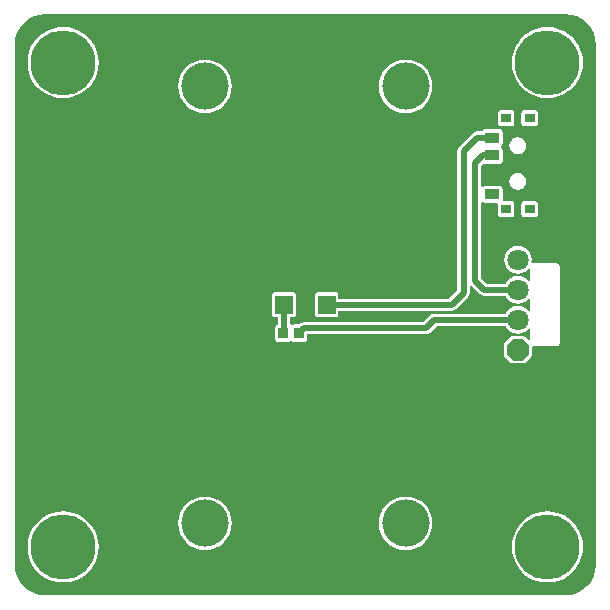
<source format=gtl>
G04 Layer_Physical_Order=1*
G04 Layer_Color=255*
%FSLAX44Y44*%
%MOMM*%
G71*
G01*
G75*
%ADD10R,1.2500X0.9000*%
%ADD11R,0.9000X0.8000*%
%ADD12R,1.5000X1.6000*%
%ADD13R,0.8500X0.9500*%
%ADD14C,0.5000*%
%ADD15P,1.9483X8X112.5*%
%ADD16C,1.8000*%
%ADD17C,5.5000*%
%ADD18C,4.0000*%
G36*
X475109Y495686D02*
X480022Y494196D01*
X484550Y491776D01*
X488518Y488519D01*
X491776Y484550D01*
X494196Y480022D01*
X495686Y475109D01*
X496165Y470248D01*
X496115Y470000D01*
X496115Y30000D01*
X496165Y29752D01*
X495686Y24891D01*
X494196Y19978D01*
X491776Y15450D01*
X488518Y11482D01*
X484550Y8225D01*
X480022Y5804D01*
X475109Y4314D01*
X471250Y3934D01*
X470000Y3885D01*
X470000Y3885D01*
X468730Y3885D01*
X31269Y3885D01*
X30000Y3885D01*
X28750Y3934D01*
X24891Y4314D01*
X19978Y5804D01*
X15450Y8225D01*
X11481Y11482D01*
X8225Y15450D01*
X5804Y19978D01*
X4314Y24891D01*
X3934Y28751D01*
X3885Y30000D01*
X3885Y30000D01*
X3885Y31252D01*
X3885Y470000D01*
X3835Y470248D01*
X4314Y475109D01*
X5804Y480022D01*
X8225Y484550D01*
X11481Y488519D01*
X15450Y491776D01*
X19978Y494196D01*
X24891Y495686D01*
X29752Y496165D01*
X30000Y496115D01*
X470000Y496115D01*
X470248Y496165D01*
X475109Y495686D01*
D02*
G37*
%LPC*%
G36*
X444500Y337695D02*
X435500D01*
X434509Y337498D01*
X433669Y336936D01*
X433107Y336096D01*
X432910Y335105D01*
Y327105D01*
X433107Y326114D01*
X433669Y325274D01*
X434509Y324713D01*
X435500Y324515D01*
X444500D01*
X445491Y324713D01*
X446331Y325274D01*
X446893Y326114D01*
X447090Y327105D01*
Y335105D01*
X446893Y336096D01*
X446331Y336936D01*
X445491Y337498D01*
X444500Y337695D01*
D02*
G37*
G36*
X430505Y361733D02*
X429495D01*
X427739Y361384D01*
X426805Y360997D01*
X425317Y360003D01*
X425317Y360003D01*
X424602Y359288D01*
X424602Y359288D01*
X423608Y357800D01*
X423221Y356866D01*
X422872Y355110D01*
Y354855D01*
X422822Y354605D01*
X422872Y354355D01*
Y354100D01*
X423221Y352344D01*
X423608Y351411D01*
X424602Y349922D01*
X424602Y349922D01*
X425317Y349208D01*
X425317Y349208D01*
X426805Y348213D01*
X427739Y347826D01*
X429495Y347477D01*
X430505D01*
X432261Y347826D01*
X433195Y348213D01*
X434683Y349208D01*
X434683Y349208D01*
X435398Y349922D01*
X435398Y349922D01*
X436392Y351411D01*
X436779Y352344D01*
X437128Y354100D01*
Y354355D01*
X437178Y354605D01*
X437128Y354855D01*
Y355110D01*
X436779Y356866D01*
X436392Y357800D01*
X435398Y359288D01*
X435398Y359288D01*
X434683Y360003D01*
X434683Y360003D01*
X433195Y360997D01*
X432261Y361384D01*
X430505Y361733D01*
D02*
G37*
G36*
X414500Y398695D02*
X402000D01*
X401009Y398498D01*
X400169Y397936D01*
X399607Y397096D01*
X399537Y396744D01*
X395605D01*
X393639Y396353D01*
X391972Y395239D01*
X380366Y383634D01*
X379252Y381967D01*
X378861Y380000D01*
Y262129D01*
X371871Y255139D01*
X278090D01*
Y258000D01*
X277893Y258991D01*
X277331Y259831D01*
X276491Y260393D01*
X275500Y260590D01*
X260500D01*
X259509Y260393D01*
X258669Y259831D01*
X258107Y258991D01*
X257910Y258000D01*
Y242000D01*
X258107Y241009D01*
X258669Y240169D01*
X259509Y239607D01*
X260500Y239410D01*
X275500D01*
X276491Y239607D01*
X277331Y240169D01*
X277893Y241009D01*
X278090Y242000D01*
Y244861D01*
X374000D01*
X375966Y245252D01*
X377634Y246366D01*
X387634Y256366D01*
X388748Y258034D01*
X389139Y260000D01*
Y265918D01*
X390227Y266315D01*
X390409Y266324D01*
X397666Y259066D01*
X399333Y257952D01*
X401300Y257561D01*
X419638D01*
X419920Y256880D01*
X421770Y254470D01*
X424180Y252620D01*
X426987Y251457D01*
X430000Y251061D01*
X433013Y251457D01*
X435820Y252620D01*
X438230Y254470D01*
X438940Y255395D01*
X440210Y254963D01*
Y245037D01*
X438940Y244605D01*
X438230Y245530D01*
X435820Y247380D01*
X433013Y248543D01*
X430000Y248940D01*
X426987Y248543D01*
X424180Y247380D01*
X421770Y245530D01*
X419920Y243120D01*
X419638Y242439D01*
X359300D01*
X357333Y242048D01*
X355666Y240934D01*
X349871Y235139D01*
X248500D01*
X246534Y234748D01*
X244866Y233634D01*
X244573Y233340D01*
X240250D01*
X239259Y233143D01*
X238896Y232900D01*
X238331Y232763D01*
X237139Y233512D01*
Y239410D01*
X239500D01*
X240491Y239607D01*
X241331Y240169D01*
X241893Y241009D01*
X242090Y242000D01*
Y258000D01*
X241893Y258991D01*
X241331Y259831D01*
X240491Y260393D01*
X239500Y260590D01*
X224500D01*
X223509Y260393D01*
X222669Y259831D01*
X222107Y258991D01*
X221910Y258000D01*
Y242000D01*
X222107Y241009D01*
X222669Y240169D01*
X223509Y239607D01*
X224500Y239410D01*
X226861D01*
Y233262D01*
X226259Y233143D01*
X225419Y232581D01*
X224857Y231741D01*
X224660Y230750D01*
Y221250D01*
X224857Y220259D01*
X225419Y219419D01*
X226259Y218857D01*
X227250Y218660D01*
X235750D01*
X236741Y218857D01*
X237104Y219100D01*
X238000Y219317D01*
X238896Y219100D01*
X239259Y218857D01*
X240250Y218660D01*
X248750D01*
X249741Y218857D01*
X250581Y219419D01*
X251143Y220259D01*
X251340Y221250D01*
Y224861D01*
X352000D01*
X353966Y225252D01*
X355634Y226366D01*
X361428Y232161D01*
X419638D01*
X419920Y231480D01*
X421770Y229070D01*
X424180Y227220D01*
X426987Y226057D01*
X430000Y225660D01*
X433013Y226057D01*
X435820Y227220D01*
X438230Y229070D01*
X438940Y229995D01*
X440210Y229564D01*
Y220512D01*
X439037Y220026D01*
X436331Y222731D01*
X435491Y223293D01*
X434500Y223490D01*
X425500D01*
X424509Y223293D01*
X423669Y222731D01*
X419169Y218231D01*
X418607Y217391D01*
X418410Y216400D01*
Y207400D01*
X418607Y206409D01*
X419169Y205569D01*
X423669Y201069D01*
X424509Y200507D01*
X425500Y200310D01*
X434500D01*
X435491Y200507D01*
X436331Y201069D01*
X440831Y205569D01*
X441393Y206409D01*
X441590Y207400D01*
Y213856D01*
X442800Y214910D01*
X462800D01*
X463791Y215107D01*
X464631Y215669D01*
X465193Y216509D01*
X465390Y217500D01*
Y282500D01*
X465193Y283491D01*
X464631Y284331D01*
X463791Y284893D01*
X462800Y285090D01*
X442800D01*
X442517Y285033D01*
X441364Y286006D01*
X441640Y288100D01*
X441243Y291112D01*
X440080Y293920D01*
X438230Y296330D01*
X435820Y298180D01*
X433013Y299343D01*
X430000Y299740D01*
X426987Y299343D01*
X424180Y298180D01*
X421770Y296330D01*
X419920Y293920D01*
X418757Y291112D01*
X418360Y288100D01*
X418757Y285088D01*
X419920Y282280D01*
X421770Y279870D01*
X424180Y278020D01*
X426987Y276857D01*
X430000Y276460D01*
X433013Y276857D01*
X435820Y278020D01*
X438230Y279870D01*
X438940Y280795D01*
X440210Y280364D01*
Y270436D01*
X438940Y270005D01*
X438230Y270930D01*
X435820Y272780D01*
X433013Y273943D01*
X430000Y274340D01*
X426987Y273943D01*
X424180Y272780D01*
X421770Y270930D01*
X419920Y268520D01*
X419638Y267839D01*
X403428D01*
X399139Y272129D01*
Y336551D01*
X399541Y336834D01*
X400409Y337114D01*
X401009Y336713D01*
X402000Y336516D01*
X411976D01*
X412938Y335245D01*
X412910Y335105D01*
Y327105D01*
X413107Y326114D01*
X413669Y325274D01*
X414509Y324713D01*
X415500Y324515D01*
X424500D01*
X425491Y324713D01*
X426331Y325274D01*
X426893Y326114D01*
X427090Y327105D01*
Y335105D01*
X426893Y336096D01*
X426331Y336936D01*
X425491Y337498D01*
X424500Y337695D01*
X418024D01*
X417062Y338965D01*
X417090Y339105D01*
Y348105D01*
X416893Y349096D01*
X416331Y349936D01*
X415491Y350498D01*
X414500Y350695D01*
X402000D01*
X401009Y350498D01*
X400409Y350097D01*
X399541Y350377D01*
X399139Y350659D01*
Y367872D01*
X400992Y369724D01*
X401009Y369713D01*
X402000Y369515D01*
X414500D01*
X415491Y369713D01*
X416331Y370274D01*
X416893Y371114D01*
X417090Y372105D01*
Y381105D01*
X416893Y382096D01*
X416331Y382936D01*
X415583Y383436D01*
X415510Y384105D01*
X415583Y384774D01*
X416331Y385274D01*
X416893Y386114D01*
X417090Y387105D01*
Y396105D01*
X416893Y397096D01*
X416331Y397936D01*
X415491Y398498D01*
X414500Y398695D01*
D02*
G37*
G36*
X335000Y87649D02*
X330581Y87214D01*
X326333Y85925D01*
X322417Y83832D01*
X318985Y81015D01*
X316168Y77583D01*
X314075Y73667D01*
X312786Y69419D01*
X312351Y65000D01*
X312786Y60581D01*
X314075Y56333D01*
X316168Y52417D01*
X318985Y48985D01*
X322417Y46168D01*
X326333Y44075D01*
X330581Y42786D01*
X335000Y42351D01*
X339419Y42786D01*
X343667Y44075D01*
X347583Y46168D01*
X351015Y48985D01*
X353832Y52417D01*
X355925Y56333D01*
X357214Y60581D01*
X357649Y65000D01*
X357214Y69419D01*
X355925Y73667D01*
X353832Y77583D01*
X351015Y81015D01*
X347583Y83832D01*
X343667Y85925D01*
X339419Y87214D01*
X335000Y87649D01*
D02*
G37*
G36*
X45000Y75133D02*
X40286Y74762D01*
X35688Y73658D01*
X31320Y71849D01*
X27288Y69378D01*
X23693Y66307D01*
X20622Y62712D01*
X18151Y58680D01*
X16342Y54312D01*
X15238Y49714D01*
X14867Y45000D01*
X15238Y40286D01*
X16342Y35689D01*
X18151Y31320D01*
X20622Y27288D01*
X23693Y23693D01*
X27288Y20622D01*
X31320Y18152D01*
X35688Y16342D01*
X40286Y15238D01*
X45000Y14867D01*
X49714Y15238D01*
X54312Y16342D01*
X58680Y18152D01*
X62712Y20622D01*
X66307Y23693D01*
X69378Y27288D01*
X71849Y31320D01*
X73658Y35689D01*
X74762Y40286D01*
X75133Y45000D01*
X74762Y49714D01*
X73658Y54312D01*
X71849Y58680D01*
X69378Y62712D01*
X66307Y66307D01*
X62712Y69378D01*
X58680Y71849D01*
X54312Y73658D01*
X49714Y74762D01*
X45000Y75133D01*
D02*
G37*
G36*
X455000D02*
X450286Y74762D01*
X445689Y73658D01*
X441320Y71849D01*
X437288Y69378D01*
X433693Y66307D01*
X430622Y62712D01*
X428151Y58680D01*
X426342Y54312D01*
X425238Y49714D01*
X424867Y45000D01*
X425238Y40286D01*
X426342Y35689D01*
X428151Y31320D01*
X430622Y27288D01*
X433693Y23693D01*
X437288Y20622D01*
X441320Y18152D01*
X445689Y16342D01*
X450286Y15238D01*
X455000Y14867D01*
X459714Y15238D01*
X464312Y16342D01*
X468680Y18152D01*
X472712Y20622D01*
X476307Y23693D01*
X479378Y27288D01*
X481849Y31320D01*
X483658Y35689D01*
X484762Y40286D01*
X485133Y45000D01*
X484762Y49714D01*
X483658Y54312D01*
X481849Y58680D01*
X479378Y62712D01*
X476307Y66307D01*
X472712Y69378D01*
X468680Y71849D01*
X464312Y73658D01*
X459714Y74762D01*
X455000Y75133D01*
D02*
G37*
G36*
X165000Y87649D02*
X160581Y87214D01*
X156333Y85925D01*
X152417Y83832D01*
X148985Y81015D01*
X146168Y77583D01*
X144075Y73667D01*
X142786Y69419D01*
X142351Y65000D01*
X142786Y60581D01*
X144075Y56333D01*
X146168Y52417D01*
X148985Y48985D01*
X152417Y46168D01*
X156333Y44075D01*
X160581Y42786D01*
X165000Y42351D01*
X169419Y42786D01*
X173667Y44075D01*
X177583Y46168D01*
X181015Y48985D01*
X183832Y52417D01*
X185925Y56333D01*
X187214Y60581D01*
X187649Y65000D01*
X187214Y69419D01*
X185925Y73667D01*
X183832Y77583D01*
X181015Y81015D01*
X177583Y83832D01*
X173667Y85925D01*
X169419Y87214D01*
X165000Y87649D01*
D02*
G37*
G36*
X335000Y457649D02*
X330581Y457214D01*
X326333Y455925D01*
X322417Y453832D01*
X318985Y451015D01*
X316168Y447583D01*
X314075Y443667D01*
X312786Y439419D01*
X312351Y435000D01*
X312786Y430581D01*
X314075Y426333D01*
X316168Y422417D01*
X318985Y418985D01*
X322417Y416168D01*
X326333Y414075D01*
X330581Y412786D01*
X335000Y412351D01*
X339419Y412786D01*
X343667Y414075D01*
X347583Y416168D01*
X351015Y418985D01*
X353832Y422417D01*
X355925Y426333D01*
X357214Y430581D01*
X357649Y435000D01*
X357214Y439419D01*
X355925Y443667D01*
X353832Y447583D01*
X351015Y451015D01*
X347583Y453832D01*
X343667Y455925D01*
X339419Y457214D01*
X335000Y457649D01*
D02*
G37*
G36*
X45000Y485133D02*
X40286Y484762D01*
X35688Y483658D01*
X31320Y481849D01*
X27288Y479378D01*
X23693Y476307D01*
X20622Y472712D01*
X18151Y468680D01*
X16342Y464312D01*
X15238Y459714D01*
X14867Y455000D01*
X15238Y450286D01*
X16342Y445689D01*
X18151Y441320D01*
X20622Y437288D01*
X23693Y433693D01*
X27288Y430622D01*
X31320Y428152D01*
X35688Y426342D01*
X40286Y425238D01*
X45000Y424867D01*
X49714Y425238D01*
X54312Y426342D01*
X58680Y428152D01*
X62712Y430622D01*
X66307Y433693D01*
X69378Y437288D01*
X71849Y441320D01*
X73658Y445689D01*
X74762Y450286D01*
X75133Y455000D01*
X74762Y459714D01*
X73658Y464312D01*
X71849Y468680D01*
X69378Y472712D01*
X66307Y476307D01*
X62712Y479378D01*
X58680Y481849D01*
X54312Y483658D01*
X49714Y484762D01*
X45000Y485133D01*
D02*
G37*
G36*
X455000D02*
X450286Y484762D01*
X445689Y483658D01*
X441320Y481849D01*
X437288Y479378D01*
X433693Y476307D01*
X430622Y472712D01*
X428151Y468680D01*
X426342Y464312D01*
X425238Y459714D01*
X424867Y455000D01*
X425238Y450286D01*
X426342Y445689D01*
X428151Y441320D01*
X430622Y437288D01*
X433693Y433693D01*
X437288Y430622D01*
X441320Y428152D01*
X445689Y426342D01*
X450286Y425238D01*
X455000Y424867D01*
X459714Y425238D01*
X464312Y426342D01*
X468680Y428152D01*
X472712Y430622D01*
X476307Y433693D01*
X479378Y437288D01*
X481849Y441320D01*
X483658Y445689D01*
X484762Y450286D01*
X485133Y455000D01*
X484762Y459714D01*
X483658Y464312D01*
X481849Y468680D01*
X479378Y472712D01*
X476307Y476307D01*
X472712Y479378D01*
X468680Y481849D01*
X464312Y483658D01*
X459714Y484762D01*
X455000Y485133D01*
D02*
G37*
G36*
X165000Y457649D02*
X160581Y457214D01*
X156333Y455925D01*
X152417Y453832D01*
X148985Y451015D01*
X146168Y447583D01*
X144075Y443667D01*
X142786Y439419D01*
X142351Y435000D01*
X142786Y430581D01*
X144075Y426333D01*
X146168Y422417D01*
X148985Y418985D01*
X152417Y416168D01*
X156333Y414075D01*
X160581Y412786D01*
X165000Y412351D01*
X169419Y412786D01*
X173667Y414075D01*
X177583Y416168D01*
X181015Y418985D01*
X183832Y422417D01*
X185925Y426333D01*
X187214Y430581D01*
X187649Y435000D01*
X187214Y439419D01*
X185925Y443667D01*
X183832Y447583D01*
X181015Y451015D01*
X177583Y453832D01*
X173667Y455925D01*
X169419Y457214D01*
X165000Y457649D01*
D02*
G37*
G36*
X430505Y391733D02*
X429495D01*
X427739Y391384D01*
X426805Y390997D01*
X425317Y390003D01*
X425317Y390003D01*
X424602Y389288D01*
X424602Y389288D01*
X423608Y387800D01*
X423221Y386866D01*
X422872Y385110D01*
Y384855D01*
X422822Y384605D01*
X422872Y384355D01*
Y384100D01*
X423221Y382344D01*
X423608Y381411D01*
X424602Y379922D01*
X424602Y379922D01*
X425317Y379208D01*
X425317Y379207D01*
X426805Y378213D01*
X427739Y377826D01*
X429495Y377477D01*
X430505D01*
X432261Y377826D01*
X433195Y378213D01*
X434683Y379207D01*
X434683Y379208D01*
X435398Y379922D01*
X435398Y379922D01*
X436392Y381411D01*
X436779Y382344D01*
X437128Y384100D01*
Y384355D01*
X437178Y384605D01*
X437128Y384855D01*
Y385110D01*
X436779Y386866D01*
X436392Y387800D01*
X435398Y389288D01*
X435398Y389288D01*
X434683Y390003D01*
X434683Y390003D01*
X433195Y390997D01*
X432261Y391384D01*
X430505Y391733D01*
D02*
G37*
G36*
X424500Y414695D02*
X415500D01*
X414509Y414498D01*
X413669Y413936D01*
X413107Y413096D01*
X412910Y412105D01*
Y404105D01*
X413107Y403114D01*
X413669Y402274D01*
X414509Y401713D01*
X415500Y401516D01*
X424500D01*
X425491Y401713D01*
X426331Y402274D01*
X426893Y403114D01*
X427090Y404105D01*
Y412105D01*
X426893Y413096D01*
X426331Y413936D01*
X425491Y414498D01*
X424500Y414695D01*
D02*
G37*
G36*
X444500D02*
X435500D01*
X434509Y414498D01*
X433669Y413936D01*
X433107Y413096D01*
X432910Y412105D01*
Y404105D01*
X433107Y403114D01*
X433669Y402274D01*
X434509Y401713D01*
X435500Y401516D01*
X444500D01*
X445491Y401713D01*
X446331Y402274D01*
X446893Y403114D01*
X447090Y404105D01*
Y412105D01*
X446893Y413096D01*
X446331Y413936D01*
X445491Y414498D01*
X444500Y414695D01*
D02*
G37*
%LPD*%
D10*
X408250Y343605D02*
D03*
Y376605D02*
D03*
Y391605D02*
D03*
D11*
X440000Y408105D02*
D03*
X420000D02*
D03*
X440000Y331105D02*
D03*
X420000D02*
D03*
D12*
X268000Y250000D02*
D03*
X232000D02*
D03*
D13*
X231500Y226000D02*
D03*
X244500D02*
D03*
D14*
X268000Y250000D02*
X374000D01*
X384000Y260000D01*
Y380000D01*
X395605Y391605D01*
X408250D01*
X400605Y376605D02*
X408250D01*
X394000Y370000D02*
X400605Y376605D01*
X394000Y270000D02*
Y370000D01*
Y270000D02*
X401300Y262700D01*
X430000D01*
X359300Y237300D02*
X430000D01*
X352000Y230000D02*
X359300Y237300D01*
X248500Y230000D02*
X352000D01*
X244500Y226000D02*
X248500Y230000D01*
X231500Y226000D02*
X232000Y226500D01*
Y250000D01*
D15*
X430000Y211900D02*
D03*
D16*
Y237300D02*
D03*
Y262700D02*
D03*
Y288100D02*
D03*
D17*
X455000Y45000D02*
D03*
X45000D02*
D03*
X455000Y455000D02*
D03*
X45000D02*
D03*
D18*
X165000Y435000D02*
D03*
X335000D02*
D03*
X165000Y65000D02*
D03*
X335000D02*
D03*
M02*

</source>
